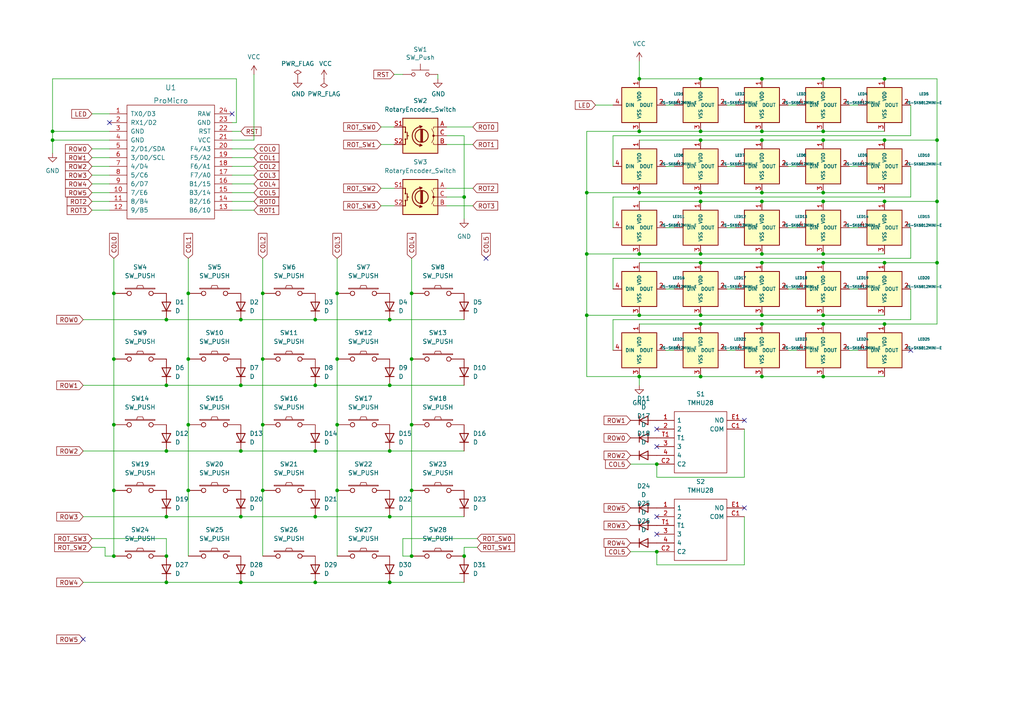
<source format=kicad_sch>
(kicad_sch (version 20211123) (generator eeschema)
  (paper "A4")
  (lib_symbols
    (symbol "Device:D" (pin_numbers hide) (pin_names (offset 1.016) hide)
      (property "Reference" "D" (at 0 2.54 0))
      (property "Value" "D" (at 0 -2.54 0))
      (symbol "D_0_1"
        (polyline (pts (xy -1.27 1.27) (xy -1.27 -1.27)) (stroke (width 0.254)))
        (polyline (pts (xy 1.27 0) (xy -1.27 0)))
        (polyline (pts (xy 1.27 1.27) (xy 1.27 -1.27) (xy -1.27 0) (xy 1.27 1.27)) (stroke (width 0.254)))
      )
      (symbol "D_1_1"
        (pin passive line (at -3.81 0 0) (length 2.54) (name "K") (number "1"))
        (pin passive line (at 3.81 0 180) (length 2.54) (name "A") (number "2"))
      )
    )
    (symbol "Device:RotaryEncoder_Switch" (pin_names (offset 0.254) hide)
      (property "Reference" "SW" (at 0 6.604 0))
      (property "Value" "RotaryEncoder_Switch" (at 0 -6.604 0))
      (symbol "RotaryEncoder_Switch_0_1"
        (rectangle (start -5.08 5.08) (end 5.08 -5.08) (stroke (width 0.254)) (fill (type background)))
        (circle (center -3.81 0) (radius 0.254) (fill (type outline)))
        (arc (start -0.381 -2.794) (mid 2.3622 -0.0635) (end -0.381 2.667) (stroke (width 0.254)))
        (circle (center -0.381 0) (radius 1.905) (stroke (width 0.254)))
        (polyline (pts (xy -0.635 -1.778) (xy -0.635 1.778)) (stroke (width 0.254)))
        (polyline (pts (xy -0.381 -1.778) (xy -0.381 1.778)) (stroke (width 0.254)))
        (polyline (pts (xy -0.127 1.778) (xy -0.127 -1.778)) (stroke (width 0.254)))
        (polyline (pts (xy 3.81 0) (xy 3.429 0)) (stroke (width 0.254)))
        (polyline (pts (xy 3.81 1.016) (xy 3.81 -1.016)) (stroke (width 0.254)))
        (polyline (pts (xy -5.08 -2.54) (xy -3.81 -2.54) (xy -3.81 -2.032)))
        (polyline (pts (xy -5.08 2.54) (xy -3.81 2.54) (xy -3.81 2.032)))
        (polyline (pts (xy 0.254 -3.048) (xy -0.508 -2.794) (xy 0.127 -2.413)) (stroke (width 0.254)))
        (polyline (pts (xy 0.254 2.921) (xy -0.508 2.667) (xy 0.127 2.286)) (stroke (width 0.254)))
        (polyline (pts (xy 5.08 -2.54) (xy 4.318 -2.54) (xy 4.318 -1.016)) (stroke (width 0.254)))
        (polyline (pts (xy 5.08 2.54) (xy 4.318 2.54) (xy 4.318 1.016)) (stroke (width 0.254)))
        (polyline (pts (xy -5.08 0) (xy -3.81 0) (xy -3.81 -1.016) (xy -3.302 -2.032)))
        (polyline (pts (xy -4.318 0) (xy -3.81 0) (xy -3.81 1.016) (xy -3.302 2.032)))
        (circle (center 4.318 -1.016) (radius 0.127) (stroke (width 0.254)))
        (circle (center 4.318 1.016) (radius 0.127) (stroke (width 0.254)))
      )
      (symbol "RotaryEncoder_Switch_1_1"
        (pin passive line (at -7.62 2.54 0) (length 2.54) (name "A") (number "A"))
        (pin passive line (at -7.62 -2.54 0) (length 2.54) (name "B") (number "B"))
        (pin passive line (at -7.62 0 0) (length 2.54) (name "C") (number "C"))
        (pin passive line (at 7.62 2.54 180) (length 2.54) (name "S1") (number "S1"))
        (pin passive line (at 7.62 -2.54 180) (length 2.54) (name "S2") (number "S2"))
      )
    )
    (symbol "Switch:SW_Push" (pin_numbers hide) (pin_names (offset 1.016) hide)
      (property "Reference" "SW" (at 1.27 2.54 0))
      (property "Value" "SW_Push" (at 0 -1.524 0))
      (symbol "SW_Push_0_1"
        (circle (center -2.032 0) (radius 0.508))
        (polyline (pts (xy 0 1.27) (xy 0 3.048)))
        (polyline (pts (xy 2.54 1.27) (xy -2.54 1.27)))
        (circle (center 2.032 0) (radius 0.508))
        (pin passive line (at -5.08 0 0) (length 2.54) (name "1") (number "1"))
        (pin passive line (at 5.08 0 180) (length 2.54) (name "2") (number "2"))
      )
    )
    (symbol "TMHU28:TMHU28" (pin_names (offset 0.762))
      (property "Reference" "S" (at 21.59 7.62 0))
      (property "Value" "TMHU28" (at 21.59 5.08 0))
      (symbol "TMHU28_0_0"
        (pin passive line (at 0 0 0) (length 5.08) (name "1") (number "1"))
        (pin passive line (at 0 -2.54 0) (length 5.08) (name "2") (number "2"))
        (pin passive line (at 0 -7.62 0) (length 5.08) (name "3") (number "3"))
        (pin passive line (at 0 -10.16 0) (length 5.08) (name "4") (number "4"))
        (pin passive line (at 25.4 -2.54 180) (length 5.08) (name "COM") (number "C1"))
        (pin passive line (at 0 -12.7 0) (length 5.08) (name "C2") (number "C2"))
        (pin passive line (at 25.4 0 180) (length 5.08) (name "NO") (number "E1"))
        (pin passive line (at 0 -5.08 0) (length 5.08) (name "T1") (number "T1"))
      )
      (symbol "TMHU28_0_1"
        (polyline (pts (xy 5.08 2.54) (xy 20.32 2.54) (xy 20.32 -15.24) (xy 5.08 -15.24) (xy 5.08 2.54)) (stroke (width 0.1524)))
      )
    )
    (symbol "kbd:ProMicro" (pin_names (offset 1.016))
      (property "Reference" "U" (at 0 19.05 0))
      (property "Value" "ProMicro" (at 0 -19.05 0))
      (symbol "ProMicro_0_1"
        (rectangle (start -12.7 16.51) (end 12.7 -16.51))
      )
      (symbol "ProMicro_1_1"
        (pin bidirectional line (at -17.78 13.97 0) (length 5.08) (name "TX0/D3") (number "1"))
        (pin bidirectional line (at -17.78 -8.89 0) (length 5.08) (name "7/E6") (number "10"))
        (pin bidirectional line (at -17.78 -11.43 0) (length 5.08) (name "8/B4") (number "11"))
        (pin bidirectional line (at -17.78 -13.97 0) (length 5.08) (name "9/B5") (number "12"))
        (pin bidirectional line (at 17.78 -13.97 180) (length 5.08) (name "B6/10") (number "13"))
        (pin bidirectional line (at 17.78 -11.43 180) (length 5.08) (name "B2/16") (number "14"))
        (pin bidirectional line (at 17.78 -8.89 180) (length 5.08) (name "B3/14") (number "15"))
        (pin bidirectional line (at 17.78 -6.35 180) (length 5.08) (name "B1/15") (number "16"))
        (pin bidirectional line (at 17.78 -3.81 180) (length 5.08) (name "F7/A0") (number "17"))
        (pin bidirectional line (at 17.78 -1.27 180) (length 5.08) (name "F6/A1") (number "18"))
        (pin bidirectional line (at 17.78 1.27 180) (length 5.08) (name "F5/A2") (number "19"))
        (pin bidirectional line (at -17.78 11.43 0) (length 5.08) (name "RX1/D2") (number "2"))
        (pin bidirectional line (at 17.78 3.81 180) (length 5.08) (name "F4/A3") (number "20"))
        (pin power_in line (at 17.78 6.35 180) (length 5.08) (name "VCC") (number "21"))
        (pin input line (at 17.78 8.89 180) (length 5.08) (name "RST") (number "22"))
        (pin power_in line (at 17.78 11.43 180) (length 5.08) (name "GND") (number "23"))
        (pin power_out line (at 17.78 13.97 180) (length 5.08) (name "RAW") (number "24"))
        (pin power_in line (at -17.78 8.89 0) (length 5.08) (name "GND") (number "3"))
        (pin power_in line (at -17.78 6.35 0) (length 5.08) (name "GND") (number "4"))
        (pin bidirectional line (at -17.78 3.81 0) (length 5.08) (name "2/D1/SDA") (number "5"))
        (pin bidirectional line (at -17.78 1.27 0) (length 5.08) (name "3/D0/SCL") (number "6"))
        (pin bidirectional line (at -17.78 -1.27 0) (length 5.08) (name "4/D4") (number "7"))
        (pin bidirectional line (at -17.78 -3.81 0) (length 5.08) (name "5/C6") (number "8"))
        (pin bidirectional line (at -17.78 -6.35 0) (length 5.08) (name "6/D7") (number "9"))
      )
    )
    (symbol "kbd:SW_PUSH" (pin_numbers hide) (pin_names (offset 1.016) hide)
      (property "Reference" "SW" (at 3.81 2.794 0))
      (property "Value" "SW_PUSH" (at 0 -2.032 0))
      (symbol "SW_PUSH_0_1"
        (rectangle (start -4.318 1.27) (end 4.318 1.524))
        (polyline (pts (xy -1.016 1.524) (xy -0.762 2.286) (xy 0.762 2.286) (xy 1.016 1.524)))
        (pin passive inverted (at -7.62 0 0) (length 5.08) (name "1") (number "1"))
        (pin passive inverted (at 7.62 0 180) (length 5.08) (name "2") (number "2"))
      )
    )
    (symbol "kbd:YS-SK6812MINI-E" (pin_names (offset 1.016))
      (property "Reference" "LED" (at 2.54 -7.62 0))
      (property "Value" "YS-SK6812MINI-E" (at 6.35 -6.35 0))
      (symbol "YS-SK6812MINI-E_0_1"
        (rectangle (start -5.08 5.08) (end 5.08 -5.08) (stroke (width 0.254)) (fill (type background)))
      )
      (symbol "YS-SK6812MINI-E_1_1"
        (pin power_in line (at 0 7.62 270) (length 2.54) (name "VDD") (number "1"))
        (pin output line (at 7.62 0 180) (length 2.54) (name "DOUT") (number "2"))
        (pin power_in line (at 0 -7.62 90) (length 2.54) (name "VSS") (number "3"))
        (pin input line (at -7.62 0 0) (length 2.54) (name "DIN") (number "4"))
      )
    )
    (symbol "power:GND" (power) (pin_names (offset 0))
      (property "Value" "GND" (at 0 -3.81 0))
      (symbol "GND_0_1"
        (polyline (pts (xy 0 0) (xy 0 -1.27) (xy 1.27 -1.27) (xy 0 -2.54) (xy -1.27 -1.27) (xy 0 -1.27)))
      )
      (symbol "GND_1_1"
        (pin power_in line (at 0 0 270) (length 0) hide (name "GND") (number "1"))
      )
    )
    (symbol "power:PWR_FLAG" (power) (pin_numbers hide) (pin_names (offset 0) hide)
      (property "Value" "PWR_FLAG" (at 0 3.81 0))
      (symbol "PWR_FLAG_0_0"
        (pin power_out line (at 0 0 90) (length 0) (name "pwr") (number "1"))
      )
      (symbol "PWR_FLAG_0_1"
        (polyline (pts (xy 0 0) (xy 0 1.27) (xy -1.016 1.905) (xy 0 2.54) (xy 1.016 1.905) (xy 0 1.27)))
      )
    )
    (symbol "power:VCC" (power) (pin_names (offset 0))
      (property "Value" "VCC" (at 0 3.81 0))
      (symbol "VCC_0_1"
        (polyline (pts (xy -0.762 1.27) (xy 0 2.54)))
        (polyline (pts (xy 0 0) (xy 0 2.54)))
        (polyline (pts (xy 0 2.54) (xy 0.762 1.27)))
      )
      (symbol "VCC_1_1"
        (pin power_in line (at 0 0 90) (length 0) hide (name "VCC") (number "1"))
      )
    )
  )
  (junction (at 220.98 58.42))
  (junction (at 190.5 134.62))
  (junction (at 76.2 85.09))
  (junction (at 203.2 38.1))
  (junction (at 119.38 85.09))
  (junction (at 220.98 91.44))
  (junction (at 203.2 40.64))
  (junction (at 203.2 58.42))
  (junction (at 33.02 142.24))
  (junction (at 69.85 92.71))
  (junction (at 238.76 93.98))
  (junction (at 91.44 168.91))
  (junction (at 238.76 58.42))
  (junction (at 48.26 92.71))
  (junction (at 97.79 85.09))
  (junction (at 220.98 55.88))
  (junction (at 220.98 40.64))
  (junction (at 97.79 142.24))
  (junction (at 76.2 123.19))
  (junction (at 91.44 111.76))
  (junction (at 220.98 22.86))
  (junction (at 271.78 58.42))
  (junction (at 185.42 91.44))
  (junction (at 203.2 76.2))
  (junction (at 203.2 22.86))
  (junction (at 220.98 73.66))
  (junction (at 170.18 91.44))
  (junction (at 220.98 38.1))
  (junction (at 271.78 76.2))
  (junction (at 119.38 161.29))
  (junction (at 256.54 93.98))
  (junction (at 48.26 149.86))
  (junction (at 119.38 142.24))
  (junction (at 113.03 168.91))
  (junction (at 238.76 55.88))
  (junction (at 119.38 123.19))
  (junction (at 91.44 149.86))
  (junction (at 238.76 40.64))
  (junction (at 97.79 123.19))
  (junction (at 76.2 104.14))
  (junction (at 33.02 104.14))
  (junction (at 54.61 123.19))
  (junction (at 91.44 130.81))
  (junction (at 33.02 123.19))
  (junction (at 48.26 161.29))
  (junction (at 271.78 40.64))
  (junction (at 69.85 130.81))
  (junction (at 69.85 111.76))
  (junction (at 220.98 109.22))
  (junction (at 97.79 104.14))
  (junction (at 15.24 40.64))
  (junction (at 238.76 22.86))
  (junction (at 238.76 91.44))
  (junction (at 185.42 109.22))
  (junction (at 170.18 55.88))
  (junction (at 170.18 73.66))
  (junction (at 185.42 55.88))
  (junction (at 203.2 93.98))
  (junction (at 134.62 57.15))
  (junction (at 238.76 73.66))
  (junction (at 256.54 58.42))
  (junction (at 134.62 161.29))
  (junction (at 33.02 85.09))
  (junction (at 48.26 130.81))
  (junction (at 91.44 92.71))
  (junction (at 48.26 111.76))
  (junction (at 185.42 22.86))
  (junction (at 203.2 73.66))
  (junction (at 48.26 168.91))
  (junction (at 238.76 76.2))
  (junction (at 113.03 111.76))
  (junction (at 203.2 55.88))
  (junction (at 113.03 130.81))
  (junction (at 76.2 142.24))
  (junction (at 220.98 76.2))
  (junction (at 238.76 38.1))
  (junction (at 256.54 76.2))
  (junction (at 256.54 40.64))
  (junction (at 256.54 22.86))
  (junction (at 190.5 160.02))
  (junction (at 185.42 38.1))
  (junction (at 185.42 73.66))
  (junction (at 113.03 92.71))
  (junction (at 69.85 149.86))
  (junction (at 33.02 161.29))
  (junction (at 119.38 104.14))
  (junction (at 238.76 109.22))
  (junction (at 113.03 149.86))
  (junction (at 203.2 91.44))
  (junction (at 15.24 38.1))
  (junction (at 69.85 168.91))
  (junction (at 220.98 93.98))
  (junction (at 54.61 142.24))
  (junction (at 54.61 104.14))
  (junction (at 203.2 109.22))
  (junction (at 54.61 85.09))
  (no_connect (at 140.97 74.93))
  (no_connect (at 24.13 185.42))
  (no_connect (at 67.31 33.02))
  (no_connect (at 190.5 154.94))
  (no_connect (at 215.9 147.32))
  (no_connect (at 264.16 101.6))
  (no_connect (at 215.9 121.92))
  (no_connect (at 31.75 35.56))
  (no_connect (at 190.5 124.46))
  (no_connect (at 190.5 129.54))
  (no_connect (at 190.5 149.86))
  (wire (pts (xy 119.38 123.19) (xy 119.38 104.14)))
  (wire (pts (xy 15.24 44.45) (xy 15.24 40.64)))
  (wire (pts (xy 33.02 161.29) (xy 33.02 142.24)))
  (wire (pts (xy 110.49 41.91) (xy 114.3 41.91)))
  (wire (pts (xy 203.2 76.2) (xy 220.98 76.2)))
  (wire (pts (xy 97.79 142.24) (xy 97.79 123.19)))
  (wire (pts (xy 76.2 142.24) (xy 76.2 161.29)))
  (wire (pts (xy 127 21.59) (xy 127 22.86)))
  (wire (pts (xy 203.2 40.64) (xy 220.98 40.64)))
  (wire (pts (xy 134.62 111.76) (xy 113.03 111.76)))
  (wire (pts (xy 15.24 22.86) (xy 68.58 22.86)))
  (wire (pts (xy 31.75 40.64) (xy 15.24 40.64)))
  (wire (pts (xy 26.67 43.18) (xy 31.75 43.18)))
  (wire (pts (xy 113.03 130.81) (xy 91.44 130.81)))
  (wire (pts (xy 134.62 57.15) (xy 129.54 57.15)))
  (wire (pts (xy 170.18 38.1) (xy 170.18 55.88)))
  (wire (pts (xy 264.16 74.93) (xy 177.8 74.93)))
  (wire (pts (xy 228.6 101.6) (xy 231.14 101.6)))
  (wire (pts (xy 220.98 93.98) (xy 238.76 93.98)))
  (wire (pts (xy 97.79 85.09) (xy 97.79 74.93)))
  (wire (pts (xy 116.84 156.21) (xy 116.84 161.29)))
  (wire (pts (xy 256.54 73.66) (xy 238.76 73.66)))
  (wire (pts (xy 134.62 130.81) (xy 113.03 130.81)))
  (wire (pts (xy 210.82 101.6) (xy 213.36 101.6)))
  (wire (pts (xy 138.43 158.75) (xy 134.62 158.75)))
  (wire (pts (xy 91.44 149.86) (xy 113.03 149.86)))
  (wire (pts (xy 256.54 22.86) (xy 271.78 22.86)))
  (wire (pts (xy 264.16 83.82) (xy 264.16 92.71)))
  (wire (pts (xy 67.31 60.96) (xy 73.66 60.96)))
  (wire (pts (xy 177.8 39.37) (xy 177.8 48.26)))
  (wire (pts (xy 134.62 39.37) (xy 129.54 39.37)))
  (wire (pts (xy 271.78 22.86) (xy 271.78 40.64)))
  (wire (pts (xy 91.44 111.76) (xy 69.85 111.76)))
  (wire (pts (xy 220.98 76.2) (xy 238.76 76.2)))
  (wire (pts (xy 110.49 54.61) (xy 114.3 54.61)))
  (wire (pts (xy 97.79 123.19) (xy 97.79 104.14)))
  (wire (pts (xy 185.42 17.78) (xy 185.42 22.86)))
  (wire (pts (xy 210.82 66.04) (xy 213.36 66.04)))
  (wire (pts (xy 220.98 22.86) (xy 238.76 22.86)))
  (wire (pts (xy 271.78 93.98) (xy 256.54 93.98)))
  (wire (pts (xy 113.03 149.86) (xy 134.62 149.86)))
  (wire (pts (xy 114.3 21.59) (xy 116.84 21.59)))
  (wire (pts (xy 203.2 109.22) (xy 185.42 109.22)))
  (wire (pts (xy 264.16 66.04) (xy 264.16 74.93)))
  (wire (pts (xy 91.44 168.91) (xy 69.85 168.91)))
  (wire (pts (xy 185.42 73.66) (xy 170.18 73.66)))
  (wire (pts (xy 30.48 158.75) (xy 26.67 158.75)))
  (wire (pts (xy 246.38 66.04) (xy 248.92 66.04)))
  (wire (pts (xy 137.16 59.69) (xy 129.54 59.69)))
  (wire (pts (xy 228.6 83.82) (xy 231.14 83.82)))
  (wire (pts (xy 203.2 58.42) (xy 220.98 58.42)))
  (wire (pts (xy 15.24 40.64) (xy 15.24 38.1)))
  (wire (pts (xy 256.54 38.1) (xy 238.76 38.1)))
  (wire (pts (xy 30.48 158.75) (xy 30.48 161.29)))
  (wire (pts (xy 116.84 161.29) (xy 119.38 161.29)))
  (wire (pts (xy 67.31 53.34) (xy 73.66 53.34)))
  (wire (pts (xy 264.16 92.71) (xy 177.8 92.71)))
  (wire (pts (xy 113.03 92.71) (xy 91.44 92.71)))
  (wire (pts (xy 30.48 161.29) (xy 33.02 161.29)))
  (wire (pts (xy 238.76 93.98) (xy 256.54 93.98)))
  (wire (pts (xy 15.24 38.1) (xy 31.75 38.1)))
  (wire (pts (xy 256.54 91.44) (xy 238.76 91.44)))
  (wire (pts (xy 31.75 60.96) (xy 26.67 60.96)))
  (wire (pts (xy 137.16 54.61) (xy 129.54 54.61)))
  (wire (pts (xy 76.2 104.14) (xy 76.2 123.19)))
  (wire (pts (xy 48.26 156.21) (xy 26.67 156.21)))
  (wire (pts (xy 110.49 59.69) (xy 114.3 59.69)))
  (wire (pts (xy 170.18 109.22) (xy 185.42 109.22)))
  (wire (pts (xy 69.85 111.76) (xy 48.26 111.76)))
  (wire (pts (xy 185.42 91.44) (xy 170.18 91.44)))
  (wire (pts (xy 185.42 109.22) (xy 185.42 111.76)))
  (wire (pts (xy 193.04 101.6) (xy 195.58 101.6)))
  (wire (pts (xy 69.85 92.71) (xy 48.26 92.71)))
  (wire (pts (xy 129.54 41.91) (xy 137.16 41.91)))
  (wire (pts (xy 182.88 134.62) (xy 190.5 134.62)))
  (wire (pts (xy 31.75 45.72) (xy 26.67 45.72)))
  (wire (pts (xy 228.6 66.04) (xy 231.14 66.04)))
  (wire (pts (xy 215.9 138.43) (xy 190.5 138.43)))
  (wire (pts (xy 271.78 76.2) (xy 271.78 93.98)))
  (wire (pts (xy 48.26 168.91) (xy 24.13 168.91)))
  (wire (pts (xy 238.76 91.44) (xy 220.98 91.44)))
  (wire (pts (xy 215.9 124.46) (xy 215.9 138.43)))
  (wire (pts (xy 67.31 55.88) (xy 73.66 55.88)))
  (wire (pts (xy 26.67 53.34) (xy 31.75 53.34)))
  (wire (pts (xy 210.82 30.48) (xy 213.36 30.48)))
  (wire (pts (xy 203.2 22.86) (xy 220.98 22.86)))
  (wire (pts (xy 31.75 55.88) (xy 26.67 55.88)))
  (wire (pts (xy 67.31 43.18) (xy 73.66 43.18)))
  (wire (pts (xy 220.98 55.88) (xy 203.2 55.88)))
  (wire (pts (xy 220.98 73.66) (xy 203.2 73.66)))
  (wire (pts (xy 170.18 55.88) (xy 170.18 73.66)))
  (wire (pts (xy 33.02 123.19) (xy 33.02 142.24)))
  (wire (pts (xy 238.76 109.22) (xy 220.98 109.22)))
  (wire (pts (xy 228.6 48.26) (xy 231.14 48.26)))
  (wire (pts (xy 185.42 22.86) (xy 203.2 22.86)))
  (wire (pts (xy 134.62 168.91) (xy 113.03 168.91)))
  (wire (pts (xy 185.42 93.98) (xy 203.2 93.98)))
  (wire (pts (xy 48.26 149.86) (xy 24.13 149.86)))
  (wire (pts (xy 119.38 104.14) (xy 119.38 85.09)))
  (wire (pts (xy 33.02 85.09) (xy 33.02 104.14)))
  (wire (pts (xy 73.66 58.42) (xy 67.31 58.42)))
  (wire (pts (xy 238.76 40.64) (xy 256.54 40.64)))
  (wire (pts (xy 256.54 76.2) (xy 271.78 76.2)))
  (wire (pts (xy 54.61 104.14) (xy 54.61 123.19)))
  (wire (pts (xy 177.8 30.48) (xy 172.72 30.48)))
  (wire (pts (xy 54.61 85.09) (xy 54.61 104.14)))
  (wire (pts (xy 210.82 48.26) (xy 213.36 48.26)))
  (wire (pts (xy 134.62 57.15) (xy 134.62 63.5)))
  (wire (pts (xy 137.16 36.83) (xy 129.54 36.83)))
  (wire (pts (xy 256.54 55.88) (xy 238.76 55.88)))
  (wire (pts (xy 238.76 73.66) (xy 220.98 73.66)))
  (wire (pts (xy 119.38 142.24) (xy 119.38 161.29)))
  (wire (pts (xy 256.54 109.22) (xy 238.76 109.22)))
  (wire (pts (xy 69.85 130.81) (xy 48.26 130.81)))
  (wire (pts (xy 228.6 30.48) (xy 231.14 30.48)))
  (wire (pts (xy 91.44 92.71) (xy 69.85 92.71)))
  (wire (pts (xy 190.5 163.83) (xy 190.5 160.02)))
  (wire (pts (xy 73.66 50.8) (xy 67.31 50.8)))
  (wire (pts (xy 134.62 39.37) (xy 134.62 57.15)))
  (wire (pts (xy 238.76 55.88) (xy 220.98 55.88)))
  (wire (pts (xy 33.02 74.93) (xy 33.02 85.09)))
  (wire (pts (xy 220.98 109.22) (xy 203.2 109.22)))
  (wire (pts (xy 193.04 66.04) (xy 195.58 66.04)))
  (wire (pts (xy 190.5 138.43) (xy 190.5 134.62)))
  (wire (pts (xy 138.43 156.21) (xy 116.84 156.21)))
  (wire (pts (xy 177.8 57.15) (xy 177.8 66.04)))
  (wire (pts (xy 210.82 83.82) (xy 213.36 83.82)))
  (wire (pts (xy 203.2 73.66) (xy 185.42 73.66)))
  (wire (pts (xy 203.2 93.98) (xy 220.98 93.98)))
  (wire (pts (xy 97.79 161.29) (xy 97.79 142.24)))
  (wire (pts (xy 170.18 73.66) (xy 170.18 91.44)))
  (wire (pts (xy 182.88 160.02) (xy 190.5 160.02)))
  (wire (pts (xy 193.04 30.48) (xy 195.58 30.48)))
  (wire (pts (xy 110.49 36.83) (xy 114.3 36.83)))
  (wire (pts (xy 73.66 45.72) (xy 67.31 45.72)))
  (wire (pts (xy 67.31 40.64) (xy 73.66 40.64)))
  (wire (pts (xy 185.42 55.88) (xy 170.18 55.88)))
  (wire (pts (xy 69.85 168.91) (xy 48.26 168.91)))
  (wire (pts (xy 134.62 158.75) (xy 134.62 161.29)))
  (wire (pts (xy 264.16 57.15) (xy 177.8 57.15)))
  (wire (pts (xy 134.62 92.71) (xy 113.03 92.71)))
  (wire (pts (xy 54.61 74.93) (xy 54.61 85.09)))
  (wire (pts (xy 203.2 55.88) (xy 185.42 55.88)))
  (wire (pts (xy 31.75 33.02) (xy 26.67 33.02)))
  (wire (pts (xy 177.8 74.93) (xy 177.8 83.82)))
  (wire (pts (xy 256.54 58.42) (xy 271.78 58.42)))
  (wire (pts (xy 67.31 48.26) (xy 73.66 48.26)))
  (wire (pts (xy 48.26 111.76) (xy 24.13 111.76)))
  (wire (pts (xy 68.58 35.56) (xy 67.31 35.56)))
  (wire (pts (xy 185.42 38.1) (xy 170.18 38.1)))
  (wire (pts (xy 54.61 123.19) (xy 54.61 142.24)))
  (wire (pts (xy 119.38 123.19) (xy 119.38 142.24)))
  (wire (pts (xy 33.02 104.14) (xy 33.02 123.19)))
  (wire (pts (xy 220.98 91.44) (xy 203.2 91.44)))
  (wire (pts (xy 220.98 40.64) (xy 238.76 40.64)))
  (wire (pts (xy 246.38 101.6) (xy 248.92 101.6)))
  (wire (pts (xy 119.38 85.09) (xy 119.38 74.93)))
  (wire (pts (xy 76.2 85.09) (xy 76.2 104.14)))
  (wire (pts (xy 48.26 149.86) (xy 69.85 149.86)))
  (wire (pts (xy 31.75 50.8) (xy 26.67 50.8)))
  (wire (pts (xy 69.85 149.86) (xy 91.44 149.86)))
  (wire (pts (xy 97.79 104.14) (xy 97.79 85.09)))
  (wire (pts (xy 215.9 149.86) (xy 215.9 163.83)))
  (wire (pts (xy 246.38 48.26) (xy 248.92 48.26)))
  (wire (pts (xy 48.26 92.71) (xy 24.13 92.71)))
  (wire (pts (xy 15.24 38.1) (xy 15.24 22.86)))
  (wire (pts (xy 54.61 142.24) (xy 54.61 161.29)))
  (wire (pts (xy 185.42 58.42) (xy 203.2 58.42)))
  (wire (pts (xy 256.54 40.64) (xy 271.78 40.64)))
  (wire (pts (xy 238.76 38.1) (xy 220.98 38.1)))
  (wire (pts (xy 177.8 92.71) (xy 177.8 101.6)))
  (wire (pts (xy 185.42 76.2) (xy 203.2 76.2)))
  (wire (pts (xy 238.76 58.42) (xy 256.54 58.42)))
  (wire (pts (xy 48.26 130.81) (xy 24.13 130.81)))
  (wire (pts (xy 68.58 22.86) (xy 68.58 35.56)))
  (wire (pts (xy 238.76 76.2) (xy 256.54 76.2)))
  (wire (pts (xy 203.2 38.1) (xy 185.42 38.1)))
  (wire (pts (xy 246.38 30.48) (xy 248.92 30.48)))
  (wire (pts (xy 185.42 40.64) (xy 203.2 40.64)))
  (wire (pts (xy 76.2 74.93) (xy 76.2 85.09)))
  (wire (pts (xy 26.67 48.26) (xy 31.75 48.26)))
  (wire (pts (xy 246.38 83.82) (xy 248.92 83.82)))
  (wire (pts (xy 91.44 130.81) (xy 69.85 130.81)))
  (wire (pts (xy 238.76 22.86) (xy 256.54 22.86)))
  (wire (pts (xy 215.9 163.83) (xy 190.5 163.83)))
  (wire (pts (xy 193.04 83.82) (xy 195.58 83.82)))
  (wire (pts (xy 113.03 111.76) (xy 91.44 111.76)))
  (wire (pts (xy 264.16 39.37) (xy 177.8 39.37)))
  (wire (pts (xy 264.16 48.26) (xy 264.16 57.15)))
  (wire (pts (xy 113.03 168.91) (xy 91.44 168.91)))
  (wire (pts (xy 73.66 21.59) (xy 73.66 40.64)))
  (wire (pts (xy 26.67 58.42) (xy 31.75 58.42)))
  (wire (pts (xy 220.98 38.1) (xy 203.2 38.1)))
  (wire (pts (xy 220.98 58.42) (xy 238.76 58.42)))
  (wire (pts (xy 271.78 58.42) (xy 271.78 76.2)))
  (wire (pts (xy 203.2 91.44) (xy 185.42 91.44)))
  (wire (pts (xy 264.16 30.48) (xy 264.16 39.37)))
  (wire (pts (xy 67.31 38.1) (xy 69.85 38.1)))
  (wire (pts (xy 193.04 48.26) (xy 195.58 48.26)))
  (wire (pts (xy 76.2 123.19) (xy 76.2 142.24)))
  (wire (pts (xy 48.26 156.21) (xy 48.26 161.29)))
  (wire (pts (xy 271.78 40.64) (xy 271.78 58.42)))
  (wire (pts (xy 170.18 91.44) (xy 170.18 109.22)))
  (global_label "ROW3" (shape input) (at 26.67 50.8 180) (property "Intersheet References" "${INTERSHEET_REFS}" (effects hide)))
  (global_label "RST" (shape input) (at 69.85 38.1 0) (property "Intersheet References" "${INTERSHEET_REFS}" (effects hide)))
  (global_label "COL1" (shape input) (at 73.66 45.72 0) (property "Intersheet References" "${INTERSHEET_REFS}" (effects hide)))
  (global_label "ROT_SW3" (shape input) (at 26.67 156.21 180) (property "Intersheet References" "${INTERSHEET_REFS}" (effects hide)))
  (global_label "ROT0" (shape input) (at 73.66 58.42 0) (property "Intersheet References" "${INTERSHEET_REFS}" (effects hide)))
  (global_label "COL0" (shape input) (at 33.02 74.93 90) (property "Intersheet References" "${INTERSHEET_REFS}" (effects hide)))
  (global_label "COL4" (shape input) (at 73.66 53.34 0) (property "Intersheet References" "${INTERSHEET_REFS}" (effects hide)))
  (global_label "ROT2" (shape input) (at 137.16 54.61 0) (property "Intersheet References" "${INTERSHEET_REFS}" (effects hide)))
  (global_label "COL0" (shape input) (at 73.66 43.18 0) (property "Intersheet References" "${INTERSHEET_REFS}" (effects hide)))
  (global_label "ROW0" (shape input) (at 24.13 92.71 180) (property "Intersheet References" "${INTERSHEET_REFS}" (effects hide)))
  (global_label "ROT_SW2" (shape input) (at 26.67 158.75 180) (property "Intersheet References" "${INTERSHEET_REFS}" (effects hide)))
  (global_label "ROW1" (shape input) (at 182.88 121.92 180) (property "Intersheet References" "${INTERSHEET_REFS}" (effects hide)))
  (global_label "ROW2" (shape input) (at 182.88 132.08 180) (property "Intersheet References" "${INTERSHEET_REFS}" (effects hide)))
  (global_label "ROW3" (shape input) (at 182.88 152.4 180) (property "Intersheet References" "${INTERSHEET_REFS}" (effects hide)))
  (global_label "COL5" (shape input) (at 73.66 55.88 0) (property "Intersheet References" "${INTERSHEET_REFS}" (effects hide)))
  (global_label "ROT1" (shape input) (at 73.66 60.96 0) (property "Intersheet References" "${INTERSHEET_REFS}" (effects hide)))
  (global_label "COL1" (shape input) (at 54.61 74.93 90) (property "Intersheet References" "${INTERSHEET_REFS}" (effects hide)))
  (global_label "COL3" (shape input) (at 73.66 50.8 0) (property "Intersheet References" "${INTERSHEET_REFS}" (effects hide)))
  (global_label "ROW2" (shape input) (at 24.13 130.81 180) (property "Intersheet References" "${INTERSHEET_REFS}" (effects hide)))
  (global_label "ROT1" (shape input) (at 137.16 41.91 0) (property "Intersheet References" "${INTERSHEET_REFS}" (effects hide)))
  (global_label "ROW4" (shape input) (at 24.13 168.91 180) (property "Intersheet References" "${INTERSHEET_REFS}" (effects hide)))
  (global_label "ROW4" (shape input) (at 26.67 53.34 180) (property "Intersheet References" "${INTERSHEET_REFS}" (effects hide)))
  (global_label "COL2" (shape input) (at 73.66 48.26 0) (property "Intersheet References" "${INTERSHEET_REFS}" (effects hide)))
  (global_label "ROW0" (shape input) (at 182.88 127 180) (property "Intersheet References" "${INTERSHEET_REFS}" (effects hide)))
  (global_label "ROW5" (shape input) (at 26.67 55.88 180) (property "Intersheet References" "${INTERSHEET_REFS}" (effects hide)))
  (global_label "ROT_SW0" (shape input) (at 110.49 36.83 180) (property "Intersheet References" "${INTERSHEET_REFS}" (effects hide)))
  (global_label "ROW0" (shape input) (at 26.67 43.18 180) (property "Intersheet References" "${INTERSHEET_REFS}" (effects hide)))
  (global_label "ROW3" (shape input) (at 24.13 149.86 180) (property "Intersheet References" "${INTERSHEET_REFS}" (effects hide)))
  (global_label "LED" (shape input) (at 172.72 30.48 180) (property "Intersheet References" "${INTERSHEET_REFS}" (effects hide)))
  (global_label "ROW2" (shape input) (at 26.67 48.26 180) (property "Intersheet References" "${INTERSHEET_REFS}" (effects hide)))
  (global_label "ROT3" (shape input) (at 137.16 59.69 0) (property "Intersheet References" "${INTERSHEET_REFS}" (effects hide)))
  (global_label "ROT_SW1" (shape input) (at 138.43 158.75 0) (property "Intersheet References" "${INTERSHEET_REFS}" (effects hide)))
  (global_label "ROW5" (shape input) (at 182.88 147.32 180) (property "Intersheet References" "${INTERSHEET_REFS}" (effects hide)))
  (global_label "ROW1" (shape input) (at 24.13 111.76 180) (property "Intersheet References" "${INTERSHEET_REFS}" (effects hide)))
  (global_label "ROT_SW3" (shape input) (at 110.49 59.69 180) (property "Intersheet References" "${INTERSHEET_REFS}" (effects hide)))
  (global_label "COL2" (shape input) (at 76.2 74.93 90) (property "Intersheet References" "${INTERSHEET_REFS}" (effects hide)))
  (global_label "ROT0" (shape input) (at 137.16 36.83 0) (property "Intersheet References" "${INTERSHEET_REFS}" (effects hide)))
  (global_label "ROT2" (shape input) (at 26.67 58.42 180) (property "Intersheet References" "${INTERSHEET_REFS}" (effects hide)))
  (global_label "COL5" (shape input) (at 182.88 160.02 180) (property "Intersheet References" "${INTERSHEET_REFS}" (effects hide)))
  (global_label "ROW4" (shape input) (at 182.88 157.48 180) (property "Intersheet References" "${INTERSHEET_REFS}" (effects hide)))
  (global_label "ROW5" (shape input) (at 24.13 185.42 180) (property "Intersheet References" "${INTERSHEET_REFS}" (effects hide)))
  (global_label "COL5" (shape input) (at 182.88 134.62 180) (property "Intersheet References" "${INTERSHEET_REFS}" (effects hide)))
  (global_label "ROT_SW0" (shape input) (at 138.43 156.21 0) (property "Intersheet References" "${INTERSHEET_REFS}" (effects hide)))
  (global_label "ROT3" (shape input) (at 26.67 60.96 180) (property "Intersheet References" "${INTERSHEET_REFS}" (effects hide)))
  (global_label "ROT_SW1" (shape input) (at 110.49 41.91 180) (property "Intersheet References" "${INTERSHEET_REFS}" (effects hide)))
  (global_label "COL5" (shape input) (at 140.97 74.93 90) (property "Intersheet References" "${INTERSHEET_REFS}" (effects hide)))
  (global_label "ROT_SW2" (shape input) (at 110.49 54.61 180) (property "Intersheet References" "${INTERSHEET_REFS}" (effects hide)))
  (global_label "ROW1" (shape input) (at 26.67 45.72 180) (property "Intersheet References" "${INTERSHEET_REFS}" (effects hide)))
  (global_label "LED" (shape input) (at 26.67 33.02 180) (property "Intersheet References" "${INTERSHEET_REFS}" (effects hide)))
  (global_label "COL3" (shape input) (at 97.79 74.93 90) (property "Intersheet References" "${INTERSHEET_REFS}" (effects hide)))
  (global_label "RST" (shape input) (at 114.3 21.59 180) (property "Intersheet References" "${INTERSHEET_REFS}" (effects hide)))
  (global_label "COL4" (shape input) (at 119.38 74.93 90) (property "Intersheet References" "${INTERSHEET_REFS}" (effects hide)))
  (symbol (lib_id "Device:D") (at 134.62 165.1 90) (unit 1)
    (property "Reference" "D31" (at 137.16 163.8299 90) (effects (justify right)))
    (property "Value" "D" (at 137.16 166.3699 90) (effects (justify right)))
    (property "Footprint" "kbd:D3_TH_SMD_v2" (effects hide))
  )
  (symbol (lib_id "kbd:YS-SK6812MINI-E") (at 220.98 66.04 0) (unit 1)
    (property "Reference" "LED13" (at 232.41 62.8256 0) (effects (font (size 0.7366 0.7366))))
    (property "Value" "YS-SK6812MINI-E" (at 232.41 65.3656 0) (effects (font (size 0.7366 0.7366))))
    (property "Footprint" "kbd:YS-SK6812MINI-E" (effects hide))
  )
  (symbol (lib_id "Device:D") (at 186.69 157.48 0) (unit 1)
    (property "Reference" "D26" (at 186.69 151.13 0))
    (property "Value" "D" (at 186.69 153.67 0))
    (property "Footprint" "kbd:D3_TH_SMD_v2" (effects hide))
  )
  (symbol (lib_id "kbd:SW_PUSH") (at 83.82 104.14 0) (unit 1)
    (property "Reference" "SW11" (at 83.82 96.52 0))
    (property "Value" "SW_PUSH" (at 83.82 99.06 0))
    (property "Footprint" "kbd:CherryMX_Hotswap" (effects hide))
  )
  (symbol (lib_id "kbd:SW_PUSH") (at 40.64 85.09 0) (unit 1)
    (property "Reference" "SW4" (at 40.64 77.47 0))
    (property "Value" "SW_PUSH" (at 40.64 80.01 0))
    (property "Footprint" "kbd:CherryMX_Hotswap" (effects hide))
  )
  (symbol (lib_id "power:VCC") (at 185.42 17.78 0) (unit 1)
    (property "Reference" "#PWR0103" (effects hide))
    (property "Value" "VCC" (at 185.42 12.7 0))
  )
  (symbol (lib_id "power:GND") (at 127 22.86 0) (unit 1)
    (property "Reference" "#PWR0104" (effects hide))
    (property "Value" "GND" (at 127.127 27.2542 0))
  )
  (symbol (lib_id "kbd:YS-SK6812MINI-E") (at 203.2 83.82 0) (unit 1)
    (property "Reference" "LED17" (at 214.63 80.6056 0) (effects (font (size 0.7366 0.7366))))
    (property "Value" "YS-SK6812MINI-E" (at 214.63 83.1456 0) (effects (font (size 0.7366 0.7366))))
    (property "Footprint" "kbd:YS-SK6812MINI-E" (effects hide))
  )
  (symbol (lib_id "power:PWR_FLAG") (at 86.36 22.86 0) (unit 1)
    (property "Reference" "#FLG0101" (effects hide))
    (property "Value" "PWR_FLAG" (at 86.36 18.4658 0))
  )
  (symbol (lib_id "kbd:SW_PUSH") (at 127 85.09 0) (unit 1)
    (property "Reference" "SW8" (at 127 77.47 0))
    (property "Value" "SW_PUSH" (at 127 80.01 0))
    (property "Footprint" "kbd:CherryMX_Hotswap" (effects hide))
  )
  (symbol (lib_id "Device:D") (at 69.85 88.9 90) (unit 1)
    (property "Reference" "D2" (at 72.39 87.6299 90) (effects (justify right)))
    (property "Value" "D" (at 72.39 90.1699 90) (effects (justify right)))
    (property "Footprint" "kbd:D3_TH_SMD_v2" (effects hide))
  )
  (symbol (lib_id "kbd:YS-SK6812MINI-E") (at 203.2 101.6 0) (unit 1)
    (property "Reference" "LED22" (at 214.63 98.3856 0) (effects (font (size 0.7366 0.7366))))
    (property "Value" "YS-SK6812MINI-E" (at 214.63 100.9256 0) (effects (font (size 0.7366 0.7366))))
    (property "Footprint" "kbd:YS-SK6812MINI-E" (effects hide))
  )
  (symbol (lib_id "Device:D") (at 91.44 127 90) (unit 1)
    (property "Reference" "D14" (at 93.98 125.7299 90) (effects (justify right)))
    (property "Value" "D" (at 93.98 128.2699 90) (effects (justify right)))
    (property "Footprint" "kbd:D3_TH_SMD_v2" (effects hide))
  )
  (symbol (lib_id "kbd:YS-SK6812MINI-E") (at 185.42 101.6 0) (unit 1)
    (property "Reference" "LED21" (at 196.85 98.3856 0) (effects (font (size 0.7366 0.7366))))
    (property "Value" "YS-SK6812MINI-E" (at 196.85 100.9256 0) (effects (font (size 0.7366 0.7366))))
    (property "Footprint" "kbd:YS-SK6812MINI-E" (effects hide))
  )
  (symbol (lib_id "Device:RotaryEncoder_Switch") (at 121.92 57.15 0) (mirror y) (unit 1)
    (property "Reference" "SW3" (at 121.92 46.99 0))
    (property "Value" "RotaryEncoder_Switch" (at 121.92 49.53 0))
    (property "Footprint" "Encoder:RotaryEncoder_Alps_EC11E-Switch_Vertical" (effects hide))
  )
  (symbol (lib_id "Device:D") (at 134.62 127 90) (unit 1)
    (property "Reference" "D16" (at 137.16 125.7299 90) (effects (justify right)))
    (property "Value" "D" (at 137.16 128.2699 90) (effects (justify right)))
    (property "Footprint" "kbd:D3_TH_SMD_v2" (effects hide))
  )
  (symbol (lib_id "kbd:SW_PUSH") (at 62.23 85.09 0) (unit 1)
    (property "Reference" "SW5" (at 62.23 77.47 0))
    (property "Value" "SW_PUSH" (at 62.23 80.01 0))
    (property "Footprint" "kbd:CherryMX_Hotswap" (effects hide))
  )
  (symbol (lib_id "kbd:YS-SK6812MINI-E") (at 220.98 48.26 0) (unit 1)
    (property "Reference" "LED8" (at 232.41 45.0456 0) (effects (font (size 0.7366 0.7366))))
    (property "Value" "YS-SK6812MINI-E" (at 232.41 47.5856 0) (effects (font (size 0.7366 0.7366))))
    (property "Footprint" "kbd:YS-SK6812MINI-E" (effects hide))
  )
  (symbol (lib_id "power:GND") (at 185.42 111.76 0) (unit 1)
    (property "Reference" "#PWR0108" (effects hide))
    (property "Value" "GND" (at 185.42 116.84 0))
  )
  (symbol (lib_id "kbd:SW_PUSH") (at 127 161.29 0) (unit 1)
    (property "Reference" "SW28" (at 127 153.67 0))
    (property "Value" "SW_PUSH" (at 127 156.21 0))
    (property "Footprint" "kbd:CherryMX_Hotswap" (effects hide))
  )
  (symbol (lib_id "Device:D") (at 186.69 127 0) (unit 1)
    (property "Reference" "D17" (at 186.69 120.65 0))
    (property "Value" "D" (at 186.69 123.19 0))
    (property "Footprint" "kbd:D3_TH_SMD_v2" (effects hide))
  )
  (symbol (lib_id "Device:D") (at 48.26 127 90) (unit 1)
    (property "Reference" "D12" (at 50.8 125.7299 90) (effects (justify right)))
    (property "Value" "D" (at 50.8 128.2699 90) (effects (justify right)))
    (property "Footprint" "kbd:D3_TH_SMD_v2" (effects hide))
  )
  (symbol (lib_id "kbd:ProMicro") (at 49.53 46.99 0) (unit 1)
    (property "Reference" "U1" (at 49.53 25.4 0) (effects (font (size 1.524 1.524))))
    (property "Value" "ProMicro" (at 49.53 29.21 0) (effects (font (size 1.524 1.524))))
    (property "Footprint" "Keebio-Parts:ArduinoProMicro-ZigZag" (effects hide))
  )
  (symbol (lib_id "kbd:SW_PUSH") (at 105.41 123.19 0) (unit 1)
    (property "Reference" "SW17" (at 105.41 115.57 0))
    (property "Value" "SW_PUSH" (at 105.41 118.11 0))
    (property "Footprint" "kbd:CherryMX_Hotswap" (effects hide))
  )
  (symbol (lib_id "kbd:YS-SK6812MINI-E") (at 256.54 66.04 0) (unit 1)
    (property "Reference" "LED15" (at 267.97 62.8256 0) (effects (font (size 0.7366 0.7366))))
    (property "Value" "YS-SK6812MINI-E" (at 267.97 65.3656 0) (effects (font (size 0.7366 0.7366))))
    (property "Footprint" "kbd:YS-SK6812MINI-E" (effects hide))
  )
  (symbol (lib_id "Switch:SW_Push") (at 121.92 21.59 0) (unit 1)
    (property "Reference" "SW1" (at 121.92 14.351 0))
    (property "Value" "SW_Push" (at 121.92 16.6624 0))
    (property "Footprint" "kbd:ResetSW" (effects hide))
  )
  (symbol (lib_id "kbd:SW_PUSH") (at 62.23 142.24 0) (unit 1)
    (property "Reference" "SW20" (at 62.23 134.62 0))
    (property "Value" "SW_PUSH" (at 62.23 137.16 0))
    (property "Footprint" "kbd:CherryMX_Hotswap" (effects hide))
  )
  (symbol (lib_id "kbd:YS-SK6812MINI-E") (at 238.76 48.26 0) (unit 1)
    (property "Reference" "LED9" (at 250.19 45.0456 0) (effects (font (size 0.7366 0.7366))))
    (property "Value" "YS-SK6812MINI-E" (at 250.19 47.5856 0) (effects (font (size 0.7366 0.7366))))
    (property "Footprint" "kbd:YS-SK6812MINI-E" (effects hide))
  )
  (symbol (lib_id "Device:D") (at 48.26 165.1 90) (unit 1)
    (property "Reference" "D27" (at 50.8 163.8299 90) (effects (justify right)))
    (property "Value" "D" (at 50.8 166.3699 90) (effects (justify right)))
    (property "Footprint" "kbd:D3_TH_SMD_v2" (effects hide))
  )
  (symbol (lib_id "power:GND") (at 134.62 63.5 0) (unit 1)
    (property "Reference" "#PWR0102" (effects hide))
    (property "Value" "GND" (at 134.62 68.58 0))
  )
  (symbol (lib_id "Device:D") (at 48.26 107.95 90) (unit 1)
    (property "Reference" "D6" (at 50.8 106.6799 90) (effects (justify right)))
    (property "Value" "D" (at 50.8 109.2199 90) (effects (justify right)))
    (property "Footprint" "kbd:D3_TH_SMD_v2" (effects hide))
  )
  (symbol (lib_id "kbd:SW_PUSH") (at 127 123.19 0) (unit 1)
    (property "Reference" "SW18" (at 127 115.57 0))
    (property "Value" "SW_PUSH" (at 127 118.11 0))
    (property "Footprint" "kbd:CherryMX_Hotswap" (effects hide))
  )
  (symbol (lib_id "kbd:SW_PUSH") (at 62.23 161.29 0) (unit 1)
    (property "Reference" "SW25" (at 62.23 153.67 0))
    (property "Value" "SW_PUSH" (at 62.23 156.21 0))
    (property "Footprint" "kbd:CherryMX_1u" (effects hide))
  )
  (symbol (lib_id "Device:D") (at 69.85 107.95 90) (unit 1)
    (property "Reference" "D7" (at 72.39 106.6799 90) (effects (justify right)))
    (property "Value" "D" (at 72.39 109.2199 90) (effects (justify right)))
    (property "Footprint" "kbd:D3_TH_SMD_v2" (effects hide))
  )
  (symbol (lib_id "kbd:SW_PUSH") (at 105.41 104.14 0) (unit 1)
    (property "Reference" "SW12" (at 105.41 96.52 0))
    (property "Value" "SW_PUSH" (at 105.41 99.06 0))
    (property "Footprint" "kbd:CherryMX_Hotswap" (effects hide))
  )
  (symbol (lib_id "kbd:YS-SK6812MINI-E") (at 203.2 66.04 0) (unit 1)
    (property "Reference" "LED12" (at 214.63 62.8256 0) (effects (font (size 0.7366 0.7366))))
    (property "Value" "YS-SK6812MINI-E" (at 214.63 65.3656 0) (effects (font (size 0.7366 0.7366))))
    (property "Footprint" "kbd:YS-SK6812MINI-E" (effects hide))
  )
  (symbol (lib_id "Device:D") (at 113.03 165.1 90) (unit 1)
    (property "Reference" "D30" (at 115.57 163.8299 90) (effects (justify right)))
    (property "Value" "D" (at 115.57 166.3699 90) (effects (justify right)))
    (property "Footprint" "kbd:D3_TH_SMD_v2" (effects hide))
  )
  (symbol (lib_id "kbd:YS-SK6812MINI-E") (at 256.54 48.26 0) (unit 1)
    (property "Reference" "LED10" (at 267.97 45.0456 0) (effects (font (size 0.7366 0.7366))))
    (property "Value" "YS-SK6812MINI-E" (at 267.97 47.5856 0) (effects (font (size 0.7366 0.7366))))
    (property "Footprint" "kbd:YS-SK6812MINI-E" (effects hide))
  )
  (symbol (lib_id "kbd:YS-SK6812MINI-E") (at 238.76 30.48 0) (unit 1)
    (property "Reference" "LED4" (at 250.19 27.2656 0) (effects (font (size 0.7366 0.7366))))
    (property "Value" "YS-SK6812MINI-E" (at 250.19 29.8056 0) (effects (font (size 0.7366 0.7366))))
    (property "Footprint" "kbd:YS-SK6812MINI-E" (effects hide))
  )
  (symbol (lib_id "power:VCC") (at 93.98 22.86 0) (unit 1)
    (property "Reference" "#PWR0106" (effects hide))
    (property "Value" "VCC" (at 94.4118 18.4658 0))
  )
  (symbol (lib_id "Device:D") (at 113.03 146.05 90) (unit 1)
    (property "Reference" "D22" (at 115.57 144.7799 90) (effects (justify right)))
    (property "Value" "D" (at 115.57 147.3199 90) (effects (justify right)))
    (property "Footprint" "kbd:D3_TH_SMD_v2" (effects hide))
  )
  (symbol (lib_id "kbd:YS-SK6812MINI-E") (at 220.98 101.6 0) (unit 1)
    (property "Reference" "LED23" (at 232.41 98.3856 0) (effects (font (size 0.7366 0.7366))))
    (property "Value" "YS-SK6812MINI-E" (at 232.41 100.9256 0) (effects (font (size 0.7366 0.7366))))
    (property "Footprint" "kbd:YS-SK6812MINI-E" (effects hide))
  )
  (symbol (lib_id "kbd:SW_PUSH") (at 40.64 161.29 0) (unit 1)
    (property "Reference" "SW24" (at 40.64 153.67 0))
    (property "Value" "SW_PUSH" (at 40.64 156.21 0))
    (property "Footprint" "kbd:CherryMX_1u" (effects hide))
  )
  (symbol (lib_id "kbd:SW_PUSH") (at 83.82 142.24 0) (unit 1)
    (property "Reference" "SW21" (at 83.82 134.62 0))
    (property "Value" "SW_PUSH" (at 83.82 137.16 0))
    (property "Footprint" "kbd:CherryMX_Hotswap" (effects hide))
  )
  (symbol (lib_id "kbd:SW_PUSH") (at 62.23 123.19 0) (unit 1)
    (property "Reference" "SW15" (at 62.23 115.57 0))
    (property "Value" "SW_PUSH" (at 62.23 118.11 0))
    (property "Footprint" "kbd:CherryMX_Hotswap" (effects hide))
  )
  (symbol (lib_id "Device:D") (at 113.03 107.95 90) (unit 1)
    (property "Reference" "D9" (at 115.57 106.6799 90) (effects (justify right)))
    (property "Value" "D" (at 115.57 109.2199 90) (effects (justify right)))
    (property "Footprint" "kbd:D3_TH_SMD_v2" (effects hide))
  )
  (symbol (lib_id "Device:D") (at 91.44 165.1 90) (unit 1)
    (property "Reference" "D29" (at 93.98 163.8299 90) (effects (justify right)))
    (property "Value" "D" (at 93.98 166.3699 90) (effects (justify right)))
    (property "Footprint" "kbd:D3_TH_SMD_v2" (effects hide))
  )
  (symbol (lib_id "power:GND") (at 86.36 22.86 0) (unit 1)
    (property "Reference" "#PWR0107" (effects hide))
    (property "Value" "GND" (at 86.487 27.2542 0))
  )
  (symbol (lib_id "kbd:YS-SK6812MINI-E") (at 238.76 101.6 0) (unit 1)
    (property "Reference" "LED24" (at 250.19 98.3856 0) (effects (font (size 0.7366 0.7366))))
    (property "Value" "YS-SK6812MINI-E" (at 250.19 100.9256 0) (effects (font (size 0.7366 0.7366))))
    (property "Footprint" "kbd:YS-SK6812MINI-E" (effects hide))
  )
  (symbol (lib_id "kbd:SW_PUSH") (at 127 142.24 0) (unit 1)
    (property "Reference" "SW23" (at 127 134.62 0))
    (property "Value" "SW_PUSH" (at 127 137.16 0))
    (property "Footprint" "kbd:CherryMX_Hotswap" (effects hide))
  )
  (symbol (lib_id "power:GND") (at 15.24 44.45 0) (unit 1)
    (property "Reference" "#PWR0101" (effects hide))
    (property "Value" "GND" (at 15.24 49.53 0))
  )
  (symbol (lib_id "kbd:SW_PUSH") (at 40.64 142.24 0) (unit 1)
    (property "Reference" "SW19" (at 40.64 134.62 0))
    (property "Value" "SW_PUSH" (at 40.64 137.16 0))
    (property "Footprint" "kbd:CherryMX_Hotswap" (effects hide))
  )
  (symbol (lib_id "Device:D") (at 186.69 152.4 0) (unit 1)
    (property "Reference" "D25" (at 186.69 146.05 0))
    (property "Value" "D" (at 186.69 148.59 0))
    (property "Footprint" "kbd:D3_TH_SMD_v2" (effects hide))
  )
  (symbol (lib_id "Device:D") (at 91.44 107.95 90) (unit 1)
    (property "Reference" "D8" (at 93.98 106.6799 90) (effects (justify right)))
    (property "Value" "D" (at 93.98 109.2199 90) (effects (justify right)))
    (property "Footprint" "kbd:D3_TH_SMD_v2" (effects hide))
  )
  (symbol (lib_id "kbd:YS-SK6812MINI-E") (at 220.98 83.82 0) (unit 1)
    (property "Reference" "LED18" (at 232.41 80.6056 0) (effects (font (size 0.7366 0.7366))))
    (property "Value" "YS-SK6812MINI-E" (at 232.41 83.1456 0) (effects (font (size 0.7366 0.7366))))
    (property "Footprint" "kbd:YS-SK6812MINI-E" (effects hide))
  )
  (symbol (lib_id "kbd:YS-SK6812MINI-E") (at 256.54 30.48 0) (unit 1)
    (property "Reference" "LED5" (at 267.97 27.2656 0) (effects (font (size 0.7366 0.7366))))
    (property "Value" "YS-SK6812MINI-E" (at 267.97 29.8056 0) (effects (font (size 0.7366 0.7366))))
    (property "Footprint" "kbd:YS-SK6812MINI-E" (effects hide))
  )
  (symbol (lib_id "kbd:YS-SK6812MINI-E") (at 238.76 83.82 0) (unit 1)
    (property "Reference" "LED19" (at 250.19 80.6056 0) (effects (font (size 0.7366 0.7366))))
    (property "Value" "YS-SK6812MINI-E" (at 250.19 83.1456 0) (effects (font (size 0.7366 0.7366))))
    (property "Footprint" "kbd:YS-SK6812MINI-E" (effects hide))
  )
  (symbol (lib_id "power:VCC") (at 73.66 21.59 0) (unit 1)
    (property "Reference" "#PWR0105" (effects hide))
    (property "Value" "VCC" (at 73.66 16.51 0))
  )
  (symbol (lib_id "Device:D") (at 69.85 165.1 90) (unit 1)
    (property "Reference" "D28" (at 72.39 163.8299 90) (effects (justify right)))
    (property "Value" "D" (at 72.39 166.3699 90) (effects (justify right)))
    (property "Footprint" "kbd:D3_TH_SMD_v2" (effects hide))
  )
  (symbol (lib_id "kbd:YS-SK6812MINI-E") (at 220.98 30.48 0) (unit 1)
    (property "Reference" "LED3" (at 232.41 27.2656 0) (effects (font (size 0.7366 0.7366))))
    (property "Value" "YS-SK6812MINI-E" (at 232.41 29.8056 0) (effects (font (size 0.7366 0.7366))))
    (property "Footprint" "kbd:YS-SK6812MINI-E" (effects hide))
  )
  (symbol (lib_id "kbd:YS-SK6812MINI-E") (at 203.2 30.48 0) (unit 1)
    (property "Reference" "LED2" (at 214.63 27.2656 0) (effects (font (size 0.7366 0.7366))))
    (property "Value" "YS-SK6812MINI-E" (at 214.63 29.8056 0) (effects (font (size 0.7366 0.7366))))
    (property "Footprint" "kbd:YS-SK6812MINI-E" (effects hide))
  )
  (symbol (lib_id "kbd:SW_PUSH") (at 105.41 161.29 0) (unit 1)
    (property "Reference" "SW27" (at 105.41 153.67 0))
    (property "Value" "SW_PUSH" (at 105.41 156.21 0))
    (property "Footprint" "kbd:CherryMX_Hotswap" (effects hide))
  )
  (symbol (lib_id "TMHU28:TMHU28") (at 190.5 147.32 0) (unit 1)
    (property "Reference" "S2" (at 203.2 139.7 0))
    (property "Value" "TMHU28" (at 203.2 142.24 0))
    (property "Footprint" "Encoder:TMHU28" (effects hide))
    (property "Datasheet" "http://en.jian-fu.com/product/content?id=664" (effects hide))
    (property "Description" "Microswitch TACT; Pos: 2; 0.01A/5VDC; SMT; none; 11.8x11.4mm; 3mm" (effects hide))
    (property "Height" "3.25" (effects hide))
    (property "Manufacturer_Name" "Jianfu Electronics" (effects hide))
    (property "Manufacturer_Part_Number" "TMHU28" (effects hide))
  )
  (symbol (lib_id "Device:D") (at 48.26 146.05 90) (unit 1)
    (property "Reference" "D19" (at 50.8 144.7799 90) (effects (justify right)))
    (property "Value" "D" (at 50.8 147.3199 90) (effects (justify right)))
    (property "Footprint" "kbd:D3_TH_SMD_v2" (effects hide))
  )
  (symbol (lib_id "Device:RotaryEncoder_Switch") (at 121.92 39.37 0) (mirror y) (unit 1)
    (property "Reference" "SW2" (at 121.92 29.21 0))
    (property "Value" "RotaryEncoder_Switch" (at 121.92 31.75 0))
    (property "Footprint" "Encoder:RotaryEncoder_Alps_EC11E-Switch_Vertical" (effects hide))
  )
  (symbol (lib_id "Device:D") (at 134.62 146.05 90) (unit 1)
    (property "Reference" "D23" (at 137.16 144.7799 90) (effects (justify right)))
    (property "Value" "D" (at 137.16 147.3199 90) (effects (justify right)))
    (property "Footprint" "kbd:D3_TH_SMD_v2" (effects hide))
  )
  (symbol (lib_id "kbd:YS-SK6812MINI-E") (at 256.54 101.6 0) (unit 1)
    (property "Reference" "LED25" (at 267.97 98.3856 0) (effects (font (size 0.7366 0.7366))))
    (property "Value" "YS-SK6812MINI-E" (at 267.97 100.9256 0) (effects (font (size 0.7366 0.7366))))
    (property "Footprint" "kbd:YS-SK6812MINI-E" (effects hide))
  )
  (symbol (lib_id "kbd:YS-SK6812MINI-E") (at 185.42 30.48 0) (unit 1)
    (property "Reference" "LED1" (at 196.85 27.2656 0) (effects (font (size 0.7366 0.7366))))
    (property "Value" "YS-SK6812MINI-E" (at 196.85 29.8056 0) (effects (font (size 0.7366 0.7366))))
    (property "Footprint" "kbd:YS-SK6812MINI-E" (effects hide))
  )
  (symbol (lib_id "TMHU28:TMHU28") (at 190.5 121.92 0) (unit 1)
    (property "Reference" "S1" (at 203.2 114.3 0))
    (property "Value" "TMHU28" (at 203.2 116.84 0))
    (property "Footprint" "Encoder:TMHU28" (effects hide))
    (property "Datasheet" "http://en.jian-fu.com/product/content?id=664" (effects hide))
    (property "Description" "Microswitch TACT; Pos: 2; 0.01A/5VDC; SMT; none; 11.8x11.4mm; 3mm" (effects hide))
    (property "Height" "3.25" (effects hide))
    (property "Manufacturer_Name" "Jianfu Electronics" (effects hide))
    (property "Manufacturer_Part_Number" "TMHU28" (effects hide))
  )
  (symbol (lib_id "Device:D") (at 91.44 88.9 90) (unit 1)
    (property "Reference" "D3" (at 93.98 87.6299 90) (effects (justify right)))
    (property "Value" "D" (at 93.98 90.1699 90) (effects (justify right)))
    (property "Footprint" "kbd:D3_TH_SMD_v2" (effects hide))
  )
  (symbol (lib_id "kbd:SW_PUSH") (at 105.41 85.09 0) (unit 1)
    (property "Reference" "SW7" (at 105.41 77.47 0))
    (property "Value" "SW_PUSH" (at 105.41 80.01 0))
    (property "Footprint" "kbd:CherryMX_Hotswap" (effects hide))
  )
  (symbol (lib_id "Device:D") (at 186.69 121.92 0) (unit 1)
    (property "Reference" "D11" (at 186.69 115.57 0))
    (property "Value" "D" (at 186.69 118.11 0))
    (property "Footprint" "kbd:D3_TH_SMD_v2" (effects hide))
  )
  (symbol (lib_id "kbd:SW_PUSH") (at 83.82 161.29 0) (unit 1)
    (property "Reference" "SW26" (at 83.82 153.67 0))
    (property "Value" "SW_PUSH" (at 83.82 156.21 0))
    (property "Footprint" "kbd:CherryMX_Hotswap" (effects hide))
  )
  (symbol (lib_id "Device:D") (at 48.26 88.9 90) (unit 1)
    (property "Reference" "D1" (at 50.8 87.6299 90) (effects (justify right)))
    (property "Value" "D" (at 50.8 90.1699 90) (effects (justify right)))
    (property "Footprint" "kbd:D3_TH_SMD_v2" (effects hide))
  )
  (symbol (lib_id "Device:D") (at 186.69 132.08 0) (unit 1)
    (property "Reference" "D18" (at 186.69 125.73 0))
    (property "Value" "D" (at 186.69 128.27 0))
    (property "Footprint" "kbd:D3_TH_SMD_v2" (effects hide))
  )
  (symbol (lib_id "Device:D") (at 134.62 88.9 90) (unit 1)
    (property "Reference" "D5" (at 137.16 87.6299 90) (effects (justify right)))
    (property "Value" "D" (at 137.16 90.1699 90) (effects (justify right)))
    (property "Footprint" "kbd:D3_TH_SMD_v2" (effects hide))
  )
  (symbol (lib_id "kbd:YS-SK6812MINI-E") (at 185.42 48.26 0) (unit 1)
    (property "Reference" "LED6" (at 196.85 45.0456 0) (effects (font (size 0.7366 0.7366))))
    (property "Value" "YS-SK6812MINI-E" (at 196.85 47.5856 0) (effects (font (size 0.7366 0.7366))))
    (property "Footprint" "kbd:YS-SK6812MINI-E" (effects hide))
  )
  (symbol (lib_id "kbd:YS-SK6812MINI-E") (at 238.76 66.04 0) (unit 1)
    (property "Reference" "LED14" (at 250.19 62.8256 0) (effects (font (size 0.7366 0.7366))))
    (property "Value" "YS-SK6812MINI-E" (at 250.19 65.3656 0) (effects (font (size 0.7366 0.7366))))
    (property "Footprint" "kbd:YS-SK6812MINI-E" (effects hide))
  )
  (symbol (lib_id "kbd:SW_PUSH") (at 83.82 85.09 0) (unit 1)
    (property "Reference" "SW6" (at 83.82 77.47 0))
    (property "Value" "SW_PUSH" (at 83.82 80.01 0))
    (property "Footprint" "kbd:CherryMX_Hotswap" (effects hide))
  )
  (symbol (lib_id "kbd:YS-SK6812MINI-E") (at 185.42 83.82 0) (unit 1)
    (property "Reference" "LED16" (at 196.85 80.6056 0) (effects (font (size 0.7366 0.7366))))
    (property "Value" "YS-SK6812MINI-E" (at 196.85 83.1456 0) (effects (font (size 0.7366 0.7366))))
    (property "Footprint" "kbd:YS-SK6812MINI-E" (effects hide))
  )
  (symbol (lib_id "kbd:SW_PUSH") (at 40.64 104.14 0) (unit 1)
    (property "Reference" "SW9" (at 40.64 96.52 0))
    (property "Value" "SW_PUSH" (at 40.64 99.06 0))
    (property "Footprint" "kbd:CherryMX_Hotswap" (effects hide))
  )
  (symbol (lib_id "kbd:YS-SK6812MINI-E") (at 256.54 83.82 0) (unit 1)
    (property "Reference" "LED20" (at 267.97 80.6056 0) (effects (font (size 0.7366 0.7366))))
    (property "Value" "YS-SK6812MINI-E" (at 267.97 83.1456 0) (effects (font (size 0.7366 0.7366))))
    (property "Footprint" "kbd:YS-SK6812MINI-E" (effects hide))
  )
  (symbol (lib_id "kbd:YS-SK6812MINI-E") (at 185.42 66.04 0) (unit 1)
    (property "Reference" "LED11" (at 196.85 62.8256 0) (effects (font (size 0.7366 0.7366))))
    (property "Value" "YS-SK6812MINI-E" (at 196.85 65.3656 0) (effects (font (size 0.7366 0.7366))))
    (property "Footprint" "kbd:YS-SK6812MINI-E" (effects hide))
  )
  (symbol (lib_id "Device:D") (at 186.69 147.32 0) (unit 1)
    (property "Reference" "D24" (at 186.69 140.97 0))
    (property "Value" "D" (at 186.69 143.51 0))
    (property "Footprint" "kbd:D3_TH_SMD_v2" (effects hide))
  )
  (symbol (lib_id "Device:D") (at 69.85 146.05 90) (unit 1)
    (property "Reference" "D20" (at 72.39 144.7799 90) (effects (justify right)))
    (property "Value" "D" (at 72.39 147.3199 90) (effects (justify right)))
    (property "Footprint" "kbd:D3_TH_SMD_v2" (effects hide))
  )
  (symbol (lib_id "kbd:YS-SK6812MINI-E") (at 203.2 48.26 0) (unit 1)
    (property "Reference" "LED7" (at 214.63 45.0456 0) (effects (font (size 0.7366 0.7366))))
    (property "Value" "YS-SK6812MINI-E" (at 214.63 47.5856 0) (effects (font (size 0.7366 0.7366))))
    (property "Footprint" "kbd:YS-SK6812MINI-E" (effects hide))
  )
  (symbol (lib_id "Device:D") (at 91.44 146.05 90) (unit 1)
    (property "Reference" "D21" (at 93.98 144.7799 90) (effects (justify right)))
    (property "Value" "D" (at 93.98 147.3199 90) (effects (justify right)))
    (property "Footprint" "kbd:D3_TH_SMD_v2" (effects hide))
  )
  (symbol (lib_id "kbd:SW_PUSH") (at 127 104.14 0) (unit 1)
    (property "Reference" "SW13" (at 127 96.52 0))
    (property "Value" "SW_PUSH" (at 127 99.06 0))
    (property "Footprint" "kbd:CherryMX_Hotswap" (effects hide))
  )
  (symbol (lib_id "Device:D") (at 134.62 107.95 90) (unit 1)
    (property "Reference" "D10" (at 137.16 106.6799 90) (effects (justify right)))
    (property "Value" "D" (at 137.16 109.2199 90) (effects (justify right)))
    (property "Footprint" "kbd:D3_TH_SMD_v2" (effects hide))
  )
  (symbol (lib_id "kbd:SW_PUSH") (at 105.41 142.24 0) (unit 1)
    (property "Reference" "SW22" (at 105.41 134.62 0))
    (property "Value" "SW_PUSH" (at 105.41 137.16 0))
    (property "Footprint" "kbd:CherryMX_Hotswap" (effects hide))
  )
  (symbol (lib_id "Device:D") (at 113.03 88.9 90) (unit 1)
    (property "Reference" "D4" (at 115.57 87.6299 90) (effects (justify right)))
    (property "Value" "D" (at 115.57 90.1699 90) (effects (justify right)))
    (property "Footprint" "kbd:D3_TH_SMD_v2" (effects hide))
  )
  (symbol (lib_id "kbd:SW_PUSH") (at 83.82 123.19 0) (unit 1)
    (property "Reference" "SW16" (at 83.82 115.57 0))
    (property "Value" "SW_PUSH" (at 83.82 118.11 0))
    (property "Footprint" "kbd:CherryMX_Hotswap" (effects hide))
  )
  (symbol (lib_id "kbd:SW_PUSH") (at 62.23 104.14 0) (unit 1)
    (property "Reference" "SW10" (at 62.23 96.52 0))
    (property "Value" "SW_PUSH" (at 62.23 99.06 0))
    (property "Footprint" "kbd:CherryMX_Hotswap" (effects hide))
  )
  (symbol (lib_id "Device:D") (at 113.03 127 90) (unit 1)
    (property "Reference" "D15" (at 115.57 125.7299 90) (effects (justify right)))
    (property "Value" "D" (at 115.57 128.2699 90) (effects (justify right)))
    (property "Footprint" "kbd:D3_TH_SMD_v2" (effects hide))
  )
  (symbol (lib_id "power:PWR_FLAG") (at 93.98 22.86 0) (mirror x) (unit 1)
    (property "Reference" "#FLG0102" (effects hide))
    (property "Value" "PWR_FLAG" (at 93.98 27.2542 0))
  )
  (symbol (lib_id "Device:D") (at 69.85 127 90) (unit 1)
    (property "Reference" "D13" (at 72.39 125.7299 90) (effects (justify right)))
    (property "Value" "D" (at 72.39 128.2699 90) (effects (justify right)))
    (property "Footprint" "kbd:D3_TH_SMD_v2" (effects hide))
  )
  (symbol (lib_id "kbd:SW_PUSH") (at 40.64 123.19 0) (unit 1)
    (property "Reference" "SW14" (at 40.64 115.57 0))
    (property "Value" "SW_PUSH" (at 40.64 118.11 0))
    (property "Footprint" "kbd:CherryMX_Hotswap" (effects hide))
  )
)
</source>
